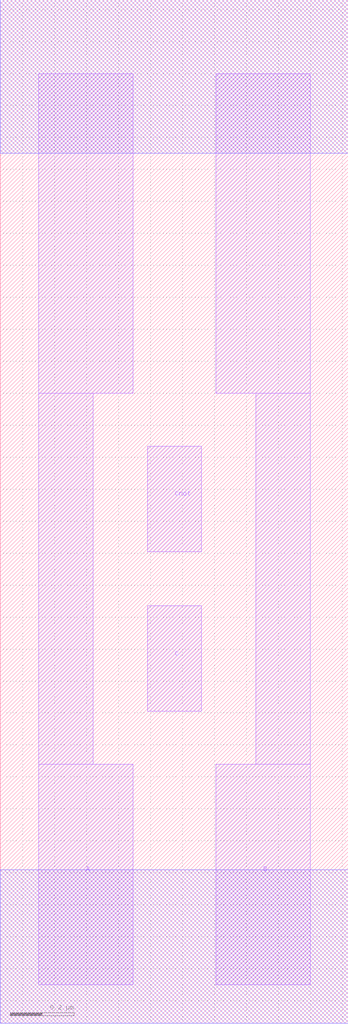
<source format=lef>
VERSION 5.7 ;
  NOWIREEXTENSIONATPIN ON ;
  DIVIDERCHAR "/" ;
  BUSBITCHARS "[]" ;
MACRO transmission_gate_cell
  CLASS CORE ;
  FOREIGN transmission_gate_cell ;
  ORIGIN 0.470 1.970 ;
  SIZE 1.090 BY 3.200 ;
  SITE unithd ;
  PIN C
    ANTENNAGATEAREA 0.097500 ;
    PORT
      LAYER li1 ;
        RECT -0.010 -0.995 0.160 -0.665 ;
    END
  END C
  PIN Cnot
    ANTENNAGATEAREA 0.150000 ;
    PORT
      LAYER li1 ;
        RECT -0.010 -0.495 0.160 -0.165 ;
    END
  END Cnot
  PIN A
    ANTENNADIFFAREA 0.437250 ;
    PORT
      LAYER li1 ;
        RECT -0.350 0.000 -0.055 1.000 ;
        RECT -0.350 -1.160 -0.180 0.000 ;
        RECT -0.350 -1.850 -0.055 -1.160 ;
    END
  END A
  PIN B
    ANTENNADIFFAREA 0.440500 ;
    PORT
      LAYER li1 ;
        RECT 0.205 0.000 0.500 1.000 ;
        RECT 0.330 -1.160 0.500 0.000 ;
        RECT 0.205 -1.850 0.500 -1.160 ;
    END
  END B
  OBS
      LAYER met1 ;
        RECT -0.470 0.750 0.620 1.230 ;
        RECT -0.470 -1.970 0.620 -1.490 ;
  END
END transmission_gate_cell
END LIBRARY


</source>
